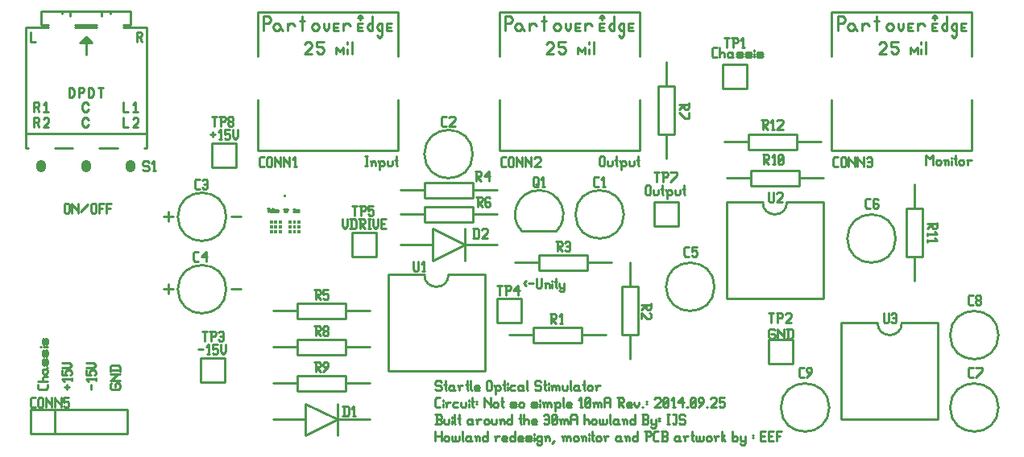
<source format=gto>
G04 start of page 8 for group -4079 idx -4079 *
G04 Title: (unknown), topsilk *
G04 Creator: pcb 20110918 *
G04 CreationDate: Tue Oct  7 19:52:02 2014 UTC *
G04 For: fosse *
G04 Format: Gerber/RS-274X *
G04 PCB-Dimensions: 470000 250000 *
G04 PCB-Coordinate-Origin: lower left *
%MOIN*%
%FSLAX25Y25*%
%LNTOPSILK*%
%ADD82C,0.0400*%
%ADD81C,0.0100*%
%ADD80C,0.0001*%
G54D80*G36*
X133600Y160900D02*X134800D01*
Y159600D01*
X133600D01*
Y160900D01*
G37*
G36*
X135400D02*X136700D01*
Y159600D01*
X135400D01*
Y160900D01*
G37*
G36*
Y159000D02*X136700D01*
Y157700D01*
X135400D01*
Y159000D01*
G37*
G36*
X133600D02*X134800D01*
Y157700D01*
X133600D01*
Y159000D01*
G37*
G36*
X134800Y157100D02*Y155800D01*
X133600D01*
Y157100D01*
X134800D01*
G37*
G36*
X135400Y155800D02*Y157100D01*
X136700D01*
Y155800D01*
X135400D01*
G37*
G36*
X139400Y171800D02*X140400D01*
Y170500D01*
X139400D01*
Y171800D01*
G37*
G36*
X137300Y157100D02*X138500D01*
Y155800D01*
X137300D01*
Y157100D01*
G37*
G36*
X138500Y157700D02*X137300D01*
Y159000D01*
X138500D01*
Y157700D01*
G37*
G36*
X144400D02*X143100D01*
Y159000D01*
X144400D01*
Y157700D01*
G37*
G36*
X141300Y159000D02*X142500D01*
Y157700D01*
X141300D01*
Y159000D01*
G37*
G36*
X145000Y157700D02*Y159000D01*
X146200D01*
Y157700D01*
X145000D01*
G37*
G36*
X137300Y159600D02*Y160900D01*
X138500D01*
Y159600D01*
X137300D01*
G37*
G36*
X142500D02*X141300D01*
Y160900D01*
X142500D01*
Y159600D01*
G37*
G36*
X146200D02*X145000D01*
Y160900D01*
X146200D01*
Y159600D01*
G37*
G36*
X144400D02*X143100D01*
Y160900D01*
X144400D01*
Y159600D01*
G37*
G36*
X146200Y155800D02*X145000D01*
Y157100D01*
X146200D01*
Y155800D01*
G37*
G36*
X143100Y157100D02*X144400D01*
Y155800D01*
X143100D01*
Y157100D01*
G37*
G36*
X142500Y155800D02*X141300D01*
Y157100D01*
X142500D01*
Y155800D01*
G37*
G54D81*X270000Y187000D02*Y184000D01*
Y187000D02*X270500Y187500D01*
X271500D01*
X272000Y187000D01*
Y184000D01*
X271500Y183500D02*X272000Y184000D01*
X270500Y183500D02*X271500D01*
X270000Y184000D02*X270500Y183500D01*
X273200Y185500D02*Y184000D01*
X273700Y183500D01*
X274700D01*
X275200Y184000D01*
Y185500D02*Y184000D01*
X276900Y187500D02*Y184000D01*
X277400Y183500D01*
X276400Y186000D02*X277400D01*
X278900Y185000D02*Y182000D01*
X278400Y185500D02*X278900Y185000D01*
X279400Y185500D01*
X280400D01*
X280900Y185000D01*
Y184000D01*
X280400Y183500D02*X280900Y184000D01*
X279400Y183500D02*X280400D01*
X278900Y184000D02*X279400Y183500D01*
X282100Y185500D02*Y184000D01*
X282600Y183500D01*
X283600D01*
X284100Y184000D01*
Y185500D02*Y184000D01*
X285800Y187500D02*Y184000D01*
X286300Y183500D01*
X285300Y186000D02*X286300D01*
X289000Y175000D02*Y172000D01*
Y175000D02*X289500Y175500D01*
X290500D01*
X291000Y175000D01*
Y172000D01*
X290500Y171500D02*X291000Y172000D01*
X289500Y171500D02*X290500D01*
X289000Y172000D02*X289500Y171500D01*
X292200Y173500D02*Y172000D01*
X292700Y171500D01*
X293700D01*
X294200Y172000D01*
Y173500D02*Y172000D01*
X295900Y175500D02*Y172000D01*
X296400Y171500D01*
X295400Y174000D02*X296400D01*
X297900Y173000D02*Y170000D01*
X297400Y173500D02*X297900Y173000D01*
X298400Y173500D01*
X299400D01*
X299900Y173000D01*
Y172000D01*
X299400Y171500D02*X299900Y172000D01*
X298400Y171500D02*X299400D01*
X297900Y172000D02*X298400Y171500D01*
X301100Y173500D02*Y172000D01*
X301600Y171500D01*
X302600D01*
X303100Y172000D01*
Y173500D02*Y172000D01*
X304800Y175500D02*Y172000D01*
X305300Y171500D01*
X304300Y174000D02*X305300D01*
X405000Y188000D02*Y184000D01*
Y188000D02*X406500Y186500D01*
X408000Y188000D01*
Y184000D01*
X409200Y185500D02*Y184500D01*
Y185500D02*X409700Y186000D01*
X410700D01*
X411200Y185500D01*
Y184500D01*
X410700Y184000D02*X411200Y184500D01*
X409700Y184000D02*X410700D01*
X409200Y184500D02*X409700Y184000D01*
X412900Y185500D02*Y184000D01*
Y185500D02*X413400Y186000D01*
X413900D01*
X414400Y185500D01*
Y184000D01*
X412400Y186000D02*X412900Y185500D01*
X415600Y187000D02*Y186500D01*
Y185500D02*Y184000D01*
X417100Y188000D02*Y184500D01*
X417600Y184000D01*
X416600Y186500D02*X417600D01*
X418600Y185500D02*Y184500D01*
Y185500D02*X419100Y186000D01*
X420100D01*
X420600Y185500D01*
Y184500D01*
X420100Y184000D02*X420600Y184500D01*
X419100Y184000D02*X420100D01*
X418600Y184500D02*X419100Y184000D01*
X422300Y185500D02*Y184000D01*
Y185500D02*X422800Y186000D01*
X423800D01*
X421800D02*X422300Y185500D01*
X342000Y116000D02*X342500Y115500D01*
X340500Y116000D02*X342000D01*
X340000Y115500D02*X340500Y116000D01*
X340000Y115500D02*Y112500D01*
X340500Y112000D01*
X342000D01*
X342500Y112500D01*
Y113500D02*Y112500D01*
X342000Y114000D02*X342500Y113500D01*
X341000Y114000D02*X342000D01*
X343700Y116000D02*Y112000D01*
Y116000D02*Y115500D01*
X346200Y113000D01*
Y116000D02*Y112000D01*
X347900Y116000D02*Y112000D01*
X349400Y116000D02*X349900Y115500D01*
Y112500D01*
X349400Y112000D02*X349900Y112500D01*
X347400Y112000D02*X349400D01*
X347400Y116000D02*X349400D01*
X238500Y135000D02*X239500Y136000D01*
X238500Y135000D02*X239500Y134000D01*
X240700Y135000D02*X242700D01*
X243900Y137000D02*Y133500D01*
X244400Y133000D01*
X245400D01*
X245900Y133500D01*
Y137000D02*Y133500D01*
X247600Y134500D02*Y133000D01*
Y134500D02*X248100Y135000D01*
X248600D01*
X249100Y134500D01*
Y133000D01*
X247100Y135000D02*X247600Y134500D01*
X250300Y136000D02*Y135500D01*
Y134500D02*Y133000D01*
X251800Y137000D02*Y133500D01*
X252300Y133000D01*
X251300Y135500D02*X252300D01*
X253300Y135000D02*Y133500D01*
X253800Y133000D01*
X255300Y135000D02*Y132000D01*
X254800Y131500D02*X255300Y132000D01*
X253800Y131500D02*X254800D01*
X253300Y132000D02*X253800Y131500D01*
Y133000D02*X254800D01*
X255300Y133500D01*
X202000Y73500D02*Y69500D01*
X204500Y73500D02*Y69500D01*
X202000Y71500D02*X204500D01*
X205700Y71000D02*Y70000D01*
Y71000D02*X206200Y71500D01*
X207200D01*
X207700Y71000D01*
Y70000D01*
X207200Y69500D02*X207700Y70000D01*
X206200Y69500D02*X207200D01*
X205700Y70000D02*X206200Y69500D01*
X208900Y71500D02*Y70000D01*
X209400Y69500D01*
X209900D01*
X210400Y70000D01*
Y71500D02*Y70000D01*
X210900Y69500D01*
X211400D01*
X211900Y70000D01*
Y71500D02*Y70000D01*
X213100Y73500D02*Y70000D01*
X213600Y69500D01*
X216100Y71500D02*X216600Y71000D01*
X215100Y71500D02*X216100D01*
X214600Y71000D02*X215100Y71500D01*
X214600Y71000D02*Y70000D01*
X215100Y69500D01*
X216600Y71500D02*Y70000D01*
X217100Y69500D01*
X215100D02*X216100D01*
X216600Y70000D01*
X218800Y71000D02*Y69500D01*
Y71000D02*X219300Y71500D01*
X219800D01*
X220300Y71000D01*
Y69500D01*
X218300Y71500D02*X218800Y71000D01*
X223500Y73500D02*Y69500D01*
X223000D02*X223500Y70000D01*
X222000Y69500D02*X223000D01*
X221500Y70000D02*X222000Y69500D01*
X221500Y71000D02*Y70000D01*
Y71000D02*X222000Y71500D01*
X223000D01*
X223500Y71000D01*
X227000D02*Y69500D01*
Y71000D02*X227500Y71500D01*
X228500D01*
X226500D02*X227000Y71000D01*
X230200Y69500D02*X231700D01*
X229700Y70000D02*X230200Y69500D01*
X229700Y71000D02*Y70000D01*
Y71000D02*X230200Y71500D01*
X231200D01*
X231700Y71000D01*
X229700Y70500D02*X231700D01*
Y71000D02*Y70500D01*
X234900Y73500D02*Y69500D01*
X234400D02*X234900Y70000D01*
X233400Y69500D02*X234400D01*
X232900Y70000D02*X233400Y69500D01*
X232900Y71000D02*Y70000D01*
Y71000D02*X233400Y71500D01*
X234400D01*
X234900Y71000D01*
X236600Y69500D02*X238100D01*
X236100Y70000D02*X236600Y69500D01*
X236100Y71000D02*Y70000D01*
Y71000D02*X236600Y71500D01*
X237600D01*
X238100Y71000D01*
X236100Y70500D02*X238100D01*
Y71000D02*Y70500D01*
X239800Y69500D02*X241300D01*
X241800Y70000D01*
X241300Y70500D02*X241800Y70000D01*
X239800Y70500D02*X241300D01*
X239300Y71000D02*X239800Y70500D01*
X239300Y71000D02*X239800Y71500D01*
X241300D01*
X241800Y71000D01*
X239300Y70000D02*X239800Y69500D01*
X243000Y72500D02*Y72000D01*
Y71000D02*Y69500D01*
X245500Y71500D02*X246000Y71000D01*
X244500Y71500D02*X245500D01*
X244000Y71000D02*X244500Y71500D01*
X244000Y71000D02*Y70000D01*
X244500Y69500D01*
X245500D01*
X246000Y70000D01*
X244000Y68500D02*X244500Y68000D01*
X245500D01*
X246000Y68500D01*
Y71500D02*Y68500D01*
X247700Y71000D02*Y69500D01*
Y71000D02*X248200Y71500D01*
X248700D01*
X249200Y71000D01*
Y69500D01*
X247200Y71500D02*X247700Y71000D01*
X250400Y68500D02*X251400Y69500D01*
X254900Y71000D02*Y69500D01*
Y71000D02*X255400Y71500D01*
X255900D01*
X256400Y71000D01*
Y69500D01*
Y71000D02*X256900Y71500D01*
X257400D01*
X257900Y71000D01*
Y69500D01*
X254400Y71500D02*X254900Y71000D01*
X259100D02*Y70000D01*
Y71000D02*X259600Y71500D01*
X260600D01*
X261100Y71000D01*
Y70000D01*
X260600Y69500D02*X261100Y70000D01*
X259600Y69500D02*X260600D01*
X259100Y70000D02*X259600Y69500D01*
X262800Y71000D02*Y69500D01*
Y71000D02*X263300Y71500D01*
X263800D01*
X264300Y71000D01*
Y69500D01*
X262300Y71500D02*X262800Y71000D01*
X265500Y72500D02*Y72000D01*
Y71000D02*Y69500D01*
X267000Y73500D02*Y70000D01*
X267500Y69500D01*
X266500Y72000D02*X267500D01*
X268500Y71000D02*Y70000D01*
Y71000D02*X269000Y71500D01*
X270000D01*
X270500Y71000D01*
Y70000D01*
X270000Y69500D02*X270500Y70000D01*
X269000Y69500D02*X270000D01*
X268500Y70000D02*X269000Y69500D01*
X272200Y71000D02*Y69500D01*
Y71000D02*X272700Y71500D01*
X273700D01*
X271700D02*X272200Y71000D01*
X278200Y71500D02*X278700Y71000D01*
X277200Y71500D02*X278200D01*
X276700Y71000D02*X277200Y71500D01*
X276700Y71000D02*Y70000D01*
X277200Y69500D01*
X278700Y71500D02*Y70000D01*
X279200Y69500D01*
X277200D02*X278200D01*
X278700Y70000D01*
X280900Y71000D02*Y69500D01*
Y71000D02*X281400Y71500D01*
X281900D01*
X282400Y71000D01*
Y69500D01*
X280400Y71500D02*X280900Y71000D01*
X285600Y73500D02*Y69500D01*
X285100D02*X285600Y70000D01*
X284100Y69500D02*X285100D01*
X283600Y70000D02*X284100Y69500D01*
X283600Y71000D02*Y70000D01*
Y71000D02*X284100Y71500D01*
X285100D01*
X285600Y71000D01*
X289100Y73500D02*Y69500D01*
X288600Y73500D02*X290600D01*
X291100Y73000D01*
Y72000D01*
X290600Y71500D02*X291100Y72000D01*
X289100Y71500D02*X290600D01*
X292800Y69500D02*X294300D01*
X292300Y70000D02*X292800Y69500D01*
X292300Y73000D02*Y70000D01*
Y73000D02*X292800Y73500D01*
X294300D01*
X295500Y69500D02*X297500D01*
X298000Y70000D01*
Y71000D02*Y70000D01*
X297500Y71500D02*X298000Y71000D01*
X296000Y71500D02*X297500D01*
X296000Y73500D02*Y69500D01*
X295500Y73500D02*X297500D01*
X298000Y73000D01*
Y72000D01*
X297500Y71500D02*X298000Y72000D01*
X302500Y71500D02*X303000Y71000D01*
X301500Y71500D02*X302500D01*
X301000Y71000D02*X301500Y71500D01*
X301000Y71000D02*Y70000D01*
X301500Y69500D01*
X303000Y71500D02*Y70000D01*
X303500Y69500D01*
X301500D02*X302500D01*
X303000Y70000D01*
X305200Y71000D02*Y69500D01*
Y71000D02*X305700Y71500D01*
X306700D01*
X304700D02*X305200Y71000D01*
X308400Y73500D02*Y70000D01*
X308900Y69500D01*
X307900Y72000D02*X308900D01*
X309900Y71500D02*Y70000D01*
X310400Y69500D01*
X310900D01*
X311400Y70000D01*
Y71500D02*Y70000D01*
X311900Y69500D01*
X312400D01*
X312900Y70000D01*
Y71500D02*Y70000D01*
X314100Y71000D02*Y70000D01*
Y71000D02*X314600Y71500D01*
X315600D01*
X316100Y71000D01*
Y70000D01*
X315600Y69500D02*X316100Y70000D01*
X314600Y69500D02*X315600D01*
X314100Y70000D02*X314600Y69500D01*
X317800Y71000D02*Y69500D01*
Y71000D02*X318300Y71500D01*
X319300D01*
X317300D02*X317800Y71000D01*
X320500Y73500D02*Y69500D01*
Y71000D02*X322000Y69500D01*
X320500Y71000D02*X321500Y72000D01*
X325000Y73500D02*Y69500D01*
Y70000D02*X325500Y69500D01*
X326500D01*
X327000Y70000D01*
Y71000D02*Y70000D01*
X326500Y71500D02*X327000Y71000D01*
X325500Y71500D02*X326500D01*
X325000Y71000D02*X325500Y71500D01*
X328200D02*Y70000D01*
X328700Y69500D01*
X330200Y71500D02*Y68500D01*
X329700Y68000D02*X330200Y68500D01*
X328700Y68000D02*X329700D01*
X328200Y68500D02*X328700Y68000D01*
Y69500D02*X329700D01*
X330200Y70000D01*
X333200Y72000D02*X333700D01*
X333200Y71000D02*X333700D01*
X336700Y71500D02*X338200D01*
X336700Y69500D02*X338700D01*
X336700Y73500D02*Y69500D01*
Y73500D02*X338700D01*
X339900Y71500D02*X341400D01*
X339900Y69500D02*X341900D01*
X339900Y73500D02*Y69500D01*
Y73500D02*X341900D01*
X343100D02*Y69500D01*
Y73500D02*X345100D01*
X343100Y71500D02*X344600D01*
X204000Y94500D02*X204500Y94000D01*
X202500Y94500D02*X204000D01*
X202000Y94000D02*X202500Y94500D01*
X202000Y94000D02*Y93000D01*
X202500Y92500D01*
X204000D01*
X204500Y92000D01*
Y91000D01*
X204000Y90500D02*X204500Y91000D01*
X202500Y90500D02*X204000D01*
X202000Y91000D02*X202500Y90500D01*
X206200Y94500D02*Y91000D01*
X206700Y90500D01*
X205700Y93000D02*X206700D01*
X209200Y92500D02*X209700Y92000D01*
X208200Y92500D02*X209200D01*
X207700Y92000D02*X208200Y92500D01*
X207700Y92000D02*Y91000D01*
X208200Y90500D01*
X209700Y92500D02*Y91000D01*
X210200Y90500D01*
X208200D02*X209200D01*
X209700Y91000D01*
X211900Y92000D02*Y90500D01*
Y92000D02*X212400Y92500D01*
X213400D01*
X211400D02*X211900Y92000D01*
X215100Y94500D02*Y91000D01*
X215600Y90500D01*
X214600Y93000D02*X215600D01*
X216600Y94500D02*Y91000D01*
X217100Y90500D01*
X218600D02*X220100D01*
X218100Y91000D02*X218600Y90500D01*
X218100Y92000D02*Y91000D01*
Y92000D02*X218600Y92500D01*
X219600D01*
X220100Y92000D01*
X218100Y91500D02*X220100D01*
Y92000D02*Y91500D01*
X223100Y94000D02*Y91000D01*
Y94000D02*X223600Y94500D01*
X224600D01*
X225100Y94000D01*
Y91000D01*
X224600Y90500D02*X225100Y91000D01*
X223600Y90500D02*X224600D01*
X223100Y91000D02*X223600Y90500D01*
X226800Y92000D02*Y89000D01*
X226300Y92500D02*X226800Y92000D01*
X227300Y92500D01*
X228300D01*
X228800Y92000D01*
Y91000D01*
X228300Y90500D02*X228800Y91000D01*
X227300Y90500D02*X228300D01*
X226800Y91000D02*X227300Y90500D01*
X230500Y94500D02*Y91000D01*
X231000Y90500D01*
X230000Y93000D02*X231000D01*
X232000Y93500D02*Y93000D01*
Y92000D02*Y90500D01*
X233500Y92500D02*X235000D01*
X233000Y92000D02*X233500Y92500D01*
X233000Y92000D02*Y91000D01*
X233500Y90500D01*
X235000D01*
X237700Y92500D02*X238200Y92000D01*
X236700Y92500D02*X237700D01*
X236200Y92000D02*X236700Y92500D01*
X236200Y92000D02*Y91000D01*
X236700Y90500D01*
X238200Y92500D02*Y91000D01*
X238700Y90500D01*
X236700D02*X237700D01*
X238200Y91000D01*
X239900Y94500D02*Y91000D01*
X240400Y90500D01*
X245200Y94500D02*X245700Y94000D01*
X243700Y94500D02*X245200D01*
X243200Y94000D02*X243700Y94500D01*
X243200Y94000D02*Y93000D01*
X243700Y92500D01*
X245200D01*
X245700Y92000D01*
Y91000D01*
X245200Y90500D02*X245700Y91000D01*
X243700Y90500D02*X245200D01*
X243200Y91000D02*X243700Y90500D01*
X247400Y94500D02*Y91000D01*
X247900Y90500D01*
X246900Y93000D02*X247900D01*
X248900Y93500D02*Y93000D01*
Y92000D02*Y90500D01*
X250400Y92000D02*Y90500D01*
Y92000D02*X250900Y92500D01*
X251400D01*
X251900Y92000D01*
Y90500D01*
Y92000D02*X252400Y92500D01*
X252900D01*
X253400Y92000D01*
Y90500D01*
X249900Y92500D02*X250400Y92000D01*
X254600Y92500D02*Y91000D01*
X255100Y90500D01*
X256100D01*
X256600Y91000D01*
Y92500D02*Y91000D01*
X257800Y94500D02*Y91000D01*
X258300Y90500D01*
X260800Y92500D02*X261300Y92000D01*
X259800Y92500D02*X260800D01*
X259300Y92000D02*X259800Y92500D01*
X259300Y92000D02*Y91000D01*
X259800Y90500D01*
X261300Y92500D02*Y91000D01*
X261800Y90500D01*
X259800D02*X260800D01*
X261300Y91000D01*
X263500Y94500D02*Y91000D01*
X264000Y90500D01*
X263000Y93000D02*X264000D01*
X265000Y92000D02*Y91000D01*
Y92000D02*X265500Y92500D01*
X266500D01*
X267000Y92000D01*
Y91000D01*
X266500Y90500D02*X267000Y91000D01*
X265500Y90500D02*X266500D01*
X265000Y91000D02*X265500Y90500D01*
X268700Y92000D02*Y90500D01*
Y92000D02*X269200Y92500D01*
X270200D01*
X268200D02*X268700Y92000D01*
X202000Y76500D02*X204000D01*
X204500Y77000D01*
Y78000D02*Y77000D01*
X204000Y78500D02*X204500Y78000D01*
X202500Y78500D02*X204000D01*
X202500Y80500D02*Y76500D01*
X202000Y80500D02*X204000D01*
X204500Y80000D01*
Y79000D01*
X204000Y78500D02*X204500Y79000D01*
X205700Y78500D02*Y77000D01*
X206200Y76500D01*
X207200D01*
X207700Y77000D01*
Y78500D02*Y77000D01*
X208900Y79500D02*Y79000D01*
Y78000D02*Y76500D01*
X209900Y80500D02*Y77000D01*
X210400Y76500D01*
X211900Y80500D02*Y77000D01*
X212400Y76500D01*
X211400Y79000D02*X212400D01*
X216700Y78500D02*X217200Y78000D01*
X215700Y78500D02*X216700D01*
X215200Y78000D02*X215700Y78500D01*
X215200Y78000D02*Y77000D01*
X215700Y76500D01*
X217200Y78500D02*Y77000D01*
X217700Y76500D01*
X215700D02*X216700D01*
X217200Y77000D01*
X219400Y78000D02*Y76500D01*
Y78000D02*X219900Y78500D01*
X220900D01*
X218900D02*X219400Y78000D01*
X222100D02*Y77000D01*
Y78000D02*X222600Y78500D01*
X223600D01*
X224100Y78000D01*
Y77000D01*
X223600Y76500D02*X224100Y77000D01*
X222600Y76500D02*X223600D01*
X222100Y77000D02*X222600Y76500D01*
X225300Y78500D02*Y77000D01*
X225800Y76500D01*
X226800D01*
X227300Y77000D01*
Y78500D02*Y77000D01*
X229000Y78000D02*Y76500D01*
Y78000D02*X229500Y78500D01*
X230000D01*
X230500Y78000D01*
Y76500D01*
X228500Y78500D02*X229000Y78000D01*
X233700Y80500D02*Y76500D01*
X233200D02*X233700Y77000D01*
X232200Y76500D02*X233200D01*
X231700Y77000D02*X232200Y76500D01*
X231700Y78000D02*Y77000D01*
Y78000D02*X232200Y78500D01*
X233200D01*
X233700Y78000D01*
X237200Y80500D02*Y77000D01*
X237700Y76500D01*
X236700Y79000D02*X237700D01*
X238700Y80500D02*Y76500D01*
Y78000D02*X239200Y78500D01*
X240200D01*
X240700Y78000D01*
Y76500D01*
X242400D02*X243900D01*
X241900Y77000D02*X242400Y76500D01*
X241900Y78000D02*Y77000D01*
Y78000D02*X242400Y78500D01*
X243400D01*
X243900Y78000D01*
X241900Y77500D02*X243900D01*
Y78000D02*Y77500D01*
X246900Y80000D02*X247400Y80500D01*
X248400D01*
X248900Y80000D01*
Y77000D01*
X248400Y76500D02*X248900Y77000D01*
X247400Y76500D02*X248400D01*
X246900Y77000D02*X247400Y76500D01*
Y78500D02*X248900D01*
X250100Y77000D02*X250600Y76500D01*
X250100Y80000D02*Y77000D01*
Y80000D02*X250600Y80500D01*
X251600D01*
X252100Y80000D01*
Y77000D01*
X251600Y76500D02*X252100Y77000D01*
X250600Y76500D02*X251600D01*
X250100Y77500D02*X252100Y79500D01*
X253800Y78000D02*Y76500D01*
Y78000D02*X254300Y78500D01*
X254800D01*
X255300Y78000D01*
Y76500D01*
Y78000D02*X255800Y78500D01*
X256300D01*
X256800Y78000D01*
Y76500D01*
X253300Y78500D02*X253800Y78000D01*
X258000Y80000D02*Y76500D01*
Y80000D02*X258500Y80500D01*
X260000D01*
X260500Y80000D01*
Y76500D01*
X258000Y78500D02*X260500D01*
X263500Y80500D02*Y76500D01*
Y78000D02*X264000Y78500D01*
X265000D01*
X265500Y78000D01*
Y76500D01*
X266700Y78000D02*Y77000D01*
Y78000D02*X267200Y78500D01*
X268200D01*
X268700Y78000D01*
Y77000D01*
X268200Y76500D02*X268700Y77000D01*
X267200Y76500D02*X268200D01*
X266700Y77000D02*X267200Y76500D01*
X269900Y78500D02*Y77000D01*
X270400Y76500D01*
X270900D01*
X271400Y77000D01*
Y78500D02*Y77000D01*
X271900Y76500D01*
X272400D01*
X272900Y77000D01*
Y78500D02*Y77000D01*
X274100Y80500D02*Y77000D01*
X274600Y76500D01*
X277100Y78500D02*X277600Y78000D01*
X276100Y78500D02*X277100D01*
X275600Y78000D02*X276100Y78500D01*
X275600Y78000D02*Y77000D01*
X276100Y76500D01*
X277600Y78500D02*Y77000D01*
X278100Y76500D01*
X276100D02*X277100D01*
X277600Y77000D01*
X279800Y78000D02*Y76500D01*
Y78000D02*X280300Y78500D01*
X280800D01*
X281300Y78000D01*
Y76500D01*
X279300Y78500D02*X279800Y78000D01*
X284500Y80500D02*Y76500D01*
X284000D02*X284500Y77000D01*
X283000Y76500D02*X284000D01*
X282500Y77000D02*X283000Y76500D01*
X282500Y78000D02*Y77000D01*
Y78000D02*X283000Y78500D01*
X284000D01*
X284500Y78000D01*
X287500Y76500D02*X289500D01*
X290000Y77000D01*
Y78000D02*Y77000D01*
X289500Y78500D02*X290000Y78000D01*
X288000Y78500D02*X289500D01*
X288000Y80500D02*Y76500D01*
X287500Y80500D02*X289500D01*
X290000Y80000D01*
Y79000D01*
X289500Y78500D02*X290000Y79000D01*
X291200Y78500D02*Y77000D01*
X291700Y76500D01*
X293200Y78500D02*Y75500D01*
X292700Y75000D02*X293200Y75500D01*
X291700Y75000D02*X292700D01*
X291200Y75500D02*X291700Y75000D01*
Y76500D02*X292700D01*
X293200Y77000D01*
X294400Y79000D02*X294900D01*
X294400Y78000D02*X294900D01*
X297900Y80500D02*X298900D01*
X298400D02*Y76500D01*
X297900D02*X298900D01*
X300100Y80500D02*X301600D01*
Y77000D01*
X301100Y76500D02*X301600Y77000D01*
X300600Y76500D02*X301100D01*
X300100Y77000D02*X300600Y76500D01*
X304800Y80500D02*X305300Y80000D01*
X303300Y80500D02*X304800D01*
X302800Y80000D02*X303300Y80500D01*
X302800Y80000D02*Y79000D01*
X303300Y78500D01*
X304800D01*
X305300Y78000D01*
Y77000D01*
X304800Y76500D02*X305300Y77000D01*
X303300Y76500D02*X304800D01*
X302800Y77000D02*X303300Y76500D01*
X202500Y83500D02*X204000D01*
X202000Y84000D02*X202500Y83500D01*
X202000Y87000D02*Y84000D01*
Y87000D02*X202500Y87500D01*
X204000D01*
X205200Y86500D02*Y86000D01*
Y85000D02*Y83500D01*
X206700Y85000D02*Y83500D01*
Y85000D02*X207200Y85500D01*
X208200D01*
X206200D02*X206700Y85000D01*
X209900Y85500D02*X211400D01*
X209400Y85000D02*X209900Y85500D01*
X209400Y85000D02*Y84000D01*
X209900Y83500D01*
X211400D01*
X212600Y85500D02*Y84000D01*
X213100Y83500D01*
X214100D01*
X214600Y84000D01*
Y85500D02*Y84000D01*
X215800Y86500D02*Y86000D01*
Y85000D02*Y83500D01*
X217300Y87500D02*Y84000D01*
X217800Y83500D01*
X216800Y86000D02*X217800D01*
X218800D02*X219300D01*
X218800Y85000D02*X219300D01*
X222300Y87500D02*Y83500D01*
Y87500D02*Y87000D01*
X224800Y84500D01*
Y87500D02*Y83500D01*
X226000Y85000D02*Y84000D01*
Y85000D02*X226500Y85500D01*
X227500D01*
X228000Y85000D01*
Y84000D01*
X227500Y83500D02*X228000Y84000D01*
X226500Y83500D02*X227500D01*
X226000Y84000D02*X226500Y83500D01*
X229700Y87500D02*Y84000D01*
X230200Y83500D01*
X229200Y86000D02*X230200D01*
X233500Y83500D02*X235000D01*
X235500Y84000D01*
X235000Y84500D02*X235500Y84000D01*
X233500Y84500D02*X235000D01*
X233000Y85000D02*X233500Y84500D01*
X233000Y85000D02*X233500Y85500D01*
X235000D01*
X235500Y85000D01*
X233000Y84000D02*X233500Y83500D01*
X236700Y85000D02*Y84000D01*
Y85000D02*X237200Y85500D01*
X238200D01*
X238700Y85000D01*
Y84000D01*
X238200Y83500D02*X238700Y84000D01*
X237200Y83500D02*X238200D01*
X236700Y84000D02*X237200Y83500D01*
X242200D02*X243700D01*
X244200Y84000D01*
X243700Y84500D02*X244200Y84000D01*
X242200Y84500D02*X243700D01*
X241700Y85000D02*X242200Y84500D01*
X241700Y85000D02*X242200Y85500D01*
X243700D01*
X244200Y85000D01*
X241700Y84000D02*X242200Y83500D01*
X245400Y86500D02*Y86000D01*
Y85000D02*Y83500D01*
X246900Y85000D02*Y83500D01*
Y85000D02*X247400Y85500D01*
X247900D01*
X248400Y85000D01*
Y83500D01*
Y85000D02*X248900Y85500D01*
X249400D01*
X249900Y85000D01*
Y83500D01*
X246400Y85500D02*X246900Y85000D01*
X251600D02*Y82000D01*
X251100Y85500D02*X251600Y85000D01*
X252100Y85500D01*
X253100D01*
X253600Y85000D01*
Y84000D01*
X253100Y83500D02*X253600Y84000D01*
X252100Y83500D02*X253100D01*
X251600Y84000D02*X252100Y83500D01*
X254800Y87500D02*Y84000D01*
X255300Y83500D01*
X256800D02*X258300D01*
X256300Y84000D02*X256800Y83500D01*
X256300Y85000D02*Y84000D01*
Y85000D02*X256800Y85500D01*
X257800D01*
X258300Y85000D01*
X256300Y84500D02*X258300D01*
Y85000D02*Y84500D01*
X261800Y83500D02*X262800D01*
X262300Y87500D02*Y83500D01*
X261300Y86500D02*X262300Y87500D01*
X264000Y84000D02*X264500Y83500D01*
X264000Y87000D02*Y84000D01*
Y87000D02*X264500Y87500D01*
X265500D01*
X266000Y87000D01*
Y84000D01*
X265500Y83500D02*X266000Y84000D01*
X264500Y83500D02*X265500D01*
X264000Y84500D02*X266000Y86500D01*
X267700Y85000D02*Y83500D01*
Y85000D02*X268200Y85500D01*
X268700D01*
X269200Y85000D01*
Y83500D01*
Y85000D02*X269700Y85500D01*
X270200D01*
X270700Y85000D01*
Y83500D01*
X267200Y85500D02*X267700Y85000D01*
X271900Y87000D02*Y83500D01*
Y87000D02*X272400Y87500D01*
X273900D01*
X274400Y87000D01*
Y83500D01*
X271900Y85500D02*X274400D01*
X277400Y87500D02*X279400D01*
X279900Y87000D01*
Y86000D01*
X279400Y85500D02*X279900Y86000D01*
X277900Y85500D02*X279400D01*
X277900Y87500D02*Y83500D01*
Y85500D02*X279900Y83500D01*
X281600D02*X283100D01*
X281100Y84000D02*X281600Y83500D01*
X281100Y85000D02*Y84000D01*
Y85000D02*X281600Y85500D01*
X282600D01*
X283100Y85000D01*
X281100Y84500D02*X283100D01*
Y85000D02*Y84500D01*
X284300Y85500D02*Y84500D01*
X285300Y83500D01*
X286300Y84500D01*
Y85500D02*Y84500D01*
X287500Y83500D02*X288000D01*
X289200Y86000D02*X289700D01*
X289200Y85000D02*X289700D01*
X292700Y87000D02*X293200Y87500D01*
X294700D01*
X295200Y87000D01*
Y86000D01*
X292700Y83500D02*X295200Y86000D01*
X292700Y83500D02*X295200D01*
X296400Y84000D02*X296900Y83500D01*
X296400Y87000D02*Y84000D01*
Y87000D02*X296900Y87500D01*
X297900D01*
X298400Y87000D01*
Y84000D01*
X297900Y83500D02*X298400Y84000D01*
X296900Y83500D02*X297900D01*
X296400Y84500D02*X298400Y86500D01*
X300100Y83500D02*X301100D01*
X300600Y87500D02*Y83500D01*
X299600Y86500D02*X300600Y87500D01*
X302300Y85500D02*X304300Y87500D01*
X302300Y85500D02*X304800D01*
X304300Y87500D02*Y83500D01*
X306000D02*X306500D01*
X307700Y84000D02*X308200Y83500D01*
X307700Y87000D02*Y84000D01*
Y87000D02*X308200Y87500D01*
X309200D01*
X309700Y87000D01*
Y84000D01*
X309200Y83500D02*X309700Y84000D01*
X308200Y83500D02*X309200D01*
X307700Y84500D02*X309700Y86500D01*
X310900Y83500D02*X312900Y85500D01*
Y87000D02*Y85500D01*
X312400Y87500D02*X312900Y87000D01*
X311400Y87500D02*X312400D01*
X310900Y87000D02*X311400Y87500D01*
X310900Y87000D02*Y86000D01*
X311400Y85500D01*
X312900D01*
X314100Y83500D02*X314600D01*
X315800Y87000D02*X316300Y87500D01*
X317800D01*
X318300Y87000D01*
Y86000D01*
X315800Y83500D02*X318300Y86000D01*
X315800Y83500D02*X318300D01*
X319500Y87500D02*X321500D01*
X319500D02*Y85500D01*
X320000Y86000D01*
X321000D01*
X321500Y85500D01*
Y84000D01*
X321000Y83500D02*X321500Y84000D01*
X320000Y83500D02*X321000D01*
X319500Y84000D02*X320000Y83500D01*
X109000Y196500D02*X111000D01*
X110000Y197500D02*Y195500D01*
X112700Y194500D02*X113700D01*
X113200Y198500D02*Y194500D01*
X112200Y197500D02*X113200Y198500D01*
X114900D02*X116900D01*
X114900D02*Y196500D01*
X115400Y197000D01*
X116400D01*
X116900Y196500D01*
Y195000D01*
X116400Y194500D02*X116900Y195000D01*
X115400Y194500D02*X116400D01*
X114900Y195000D02*X115400Y194500D01*
X118100Y198500D02*Y195500D01*
X119100Y194500D01*
X120100Y195500D01*
Y198500D02*Y195500D01*
X317000Y228500D02*X318500D01*
X316500Y229000D02*X317000Y228500D01*
X316500Y232000D02*Y229000D01*
Y232000D02*X317000Y232500D01*
X318500D01*
X319700D02*Y228500D01*
Y230000D02*X320200Y230500D01*
X321200D01*
X321700Y230000D01*
Y228500D01*
X324400Y230500D02*X324900Y230000D01*
X323400Y230500D02*X324400D01*
X322900Y230000D02*X323400Y230500D01*
X322900Y230000D02*Y229000D01*
X323400Y228500D01*
X324900Y230500D02*Y229000D01*
X325400Y228500D01*
X323400D02*X324400D01*
X324900Y229000D01*
X327100Y228500D02*X328600D01*
X329100Y229000D01*
X328600Y229500D02*X329100Y229000D01*
X327100Y229500D02*X328600D01*
X326600Y230000D02*X327100Y229500D01*
X326600Y230000D02*X327100Y230500D01*
X328600D01*
X329100Y230000D01*
X326600Y229000D02*X327100Y228500D01*
X330800D02*X332300D01*
X332800Y229000D01*
X332300Y229500D02*X332800Y229000D01*
X330800Y229500D02*X332300D01*
X330300Y230000D02*X330800Y229500D01*
X330300Y230000D02*X330800Y230500D01*
X332300D01*
X332800Y230000D01*
X330300Y229000D02*X330800Y228500D01*
X334000Y231500D02*Y231000D01*
Y230000D02*Y228500D01*
X335500D02*X337000D01*
X337500Y229000D01*
X337000Y229500D02*X337500Y229000D01*
X335500Y229500D02*X337000D01*
X335000Y230000D02*X335500Y229500D01*
X335000Y230000D02*X335500Y230500D01*
X337000D01*
X337500Y230000D01*
X335000Y229000D02*X335500Y228500D01*
X163500Y161500D02*Y158500D01*
X164500Y157500D01*
X165500Y158500D01*
Y161500D02*Y158500D01*
X167200Y161500D02*Y157500D01*
X168700Y161500D02*X169200Y161000D01*
Y158000D01*
X168700Y157500D02*X169200Y158000D01*
X166700Y157500D02*X168700D01*
X166700Y161500D02*X168700D01*
X170400D02*X172400D01*
X172900Y161000D01*
Y160000D01*
X172400Y159500D02*X172900Y160000D01*
X170900Y159500D02*X172400D01*
X170900Y161500D02*Y157500D01*
Y159500D02*X172900Y157500D01*
X174100Y161500D02*X175100D01*
X174600D02*Y157500D01*
X174100D02*X175100D01*
X176300Y161500D02*Y158500D01*
X177300Y157500D01*
X178300Y158500D01*
Y161500D02*Y158500D01*
X179500Y159500D02*X181000D01*
X179500Y157500D02*X181500D01*
X179500Y161500D02*Y157500D01*
Y161500D02*X181500D01*
X173000Y187500D02*X174000D01*
X173500D02*Y183500D01*
X173000D02*X174000D01*
X175700Y185000D02*Y183500D01*
Y185000D02*X176200Y185500D01*
X176700D01*
X177200Y185000D01*
Y183500D01*
X175200Y185500D02*X175700Y185000D01*
X178900D02*Y182000D01*
X178400Y185500D02*X178900Y185000D01*
X179400Y185500D01*
X180400D01*
X180900Y185000D01*
Y184000D01*
X180400Y183500D02*X180900Y184000D01*
X179400Y183500D02*X180400D01*
X178900Y184000D02*X179400Y183500D01*
X182100Y185500D02*Y184000D01*
X182600Y183500D01*
X183600D01*
X184100Y184000D01*
Y185500D02*Y184000D01*
X185800Y187500D02*Y184000D01*
X186300Y183500D01*
X185300Y186000D02*X186300D01*
X143300Y164750D02*X143800D01*
X143925Y164875D01*
Y165125D02*Y164875D01*
X143800Y165250D02*X143925Y165125D01*
X143425Y165250D02*X143800D01*
X143425Y165750D02*Y164750D01*
X143300Y165750D02*X143800D01*
X143925Y165625D01*
Y165375D01*
X143800Y165250D02*X143925Y165375D01*
X144225Y165125D02*Y164875D01*
Y165125D02*X144350Y165250D01*
X144600D01*
X144725Y165125D01*
Y164875D01*
X144600Y164750D02*X144725Y164875D01*
X144350Y164750D02*X144600D01*
X144225Y164875D02*X144350Y164750D01*
X145025Y165250D02*X145525Y164750D01*
X145025D02*X145525Y165250D01*
X139750Y164600D02*X139900D01*
X139700Y164650D02*X139750Y164600D01*
X139700Y164950D02*Y164650D01*
Y164950D02*X139750Y165000D01*
X139900D01*
X140170Y164800D02*X140220Y164750D01*
X140070Y164800D02*X140170D01*
X140020Y164750D02*X140070Y164800D01*
X140020Y164750D02*Y164650D01*
X140070Y164600D01*
X140220Y164800D02*Y164650D01*
X140270Y164600D01*
X140070D02*X140170D01*
X140220Y164650D01*
X140390Y165000D02*Y164650D01*
X140440Y164600D01*
X140540Y165000D02*Y164650D01*
X140590Y164600D01*
X139450Y165800D02*Y165400D01*
X139400Y165800D02*X139600D01*
X139650Y165750D01*
Y165650D01*
X139600Y165600D02*X139650Y165650D01*
X139450Y165600D02*X139600D01*
X139770D02*Y165450D01*
X139820Y165400D01*
X139920D01*
X139970Y165450D01*
Y165600D02*Y165450D01*
X140090Y165800D02*Y165400D01*
Y165450D02*X140140Y165400D01*
X140240D01*
X140290Y165450D01*
Y165550D02*Y165450D01*
X140240Y165600D02*X140290Y165550D01*
X140140Y165600D02*X140240D01*
X140090Y165550D02*X140140Y165600D01*
X140410Y165800D02*Y165450D01*
X140460Y165400D01*
X140560Y165700D02*Y165650D01*
Y165550D02*Y165400D01*
X140710Y165600D02*X140860D01*
X140660Y165550D02*X140710Y165600D01*
X140660Y165550D02*Y165450D01*
X140710Y165400D01*
X140860D01*
X132750Y165900D02*Y164700D01*
X132600Y165900D02*X133200D01*
X133350Y165750D01*
Y165450D01*
X133200Y165300D02*X133350Y165450D01*
X132750Y165300D02*X133200D01*
X133710Y165150D02*Y164850D01*
Y165150D02*X133860Y165300D01*
X134160D01*
X134310Y165150D01*
Y164850D01*
X134160Y164700D02*X134310Y164850D01*
X133860Y164700D02*X134160D01*
X133710Y164850D02*X133860Y164700D01*
X134670Y165900D02*Y164850D01*
X134820Y164700D01*
X135120Y165600D02*Y165450D01*
Y165150D02*Y164700D01*
X135570Y165300D02*X136020D01*
X135420Y165150D02*X135570Y165300D01*
X135420Y165150D02*Y164850D01*
X135570Y164700D01*
X136020D01*
X136530D02*X136980D01*
X136380Y164850D02*X136530Y164700D01*
X136380Y165150D02*Y164850D01*
Y165150D02*X136530Y165300D01*
X136830D01*
X136980Y165150D01*
X136380Y165000D02*X136980D01*
Y165150D02*Y165000D01*
X59500Y93000D02*Y91000D01*
X61500Y95700D02*Y94700D01*
X57500Y95200D02*X61500D01*
X58500Y94200D02*X57500Y95200D01*
Y98900D02*Y96900D01*
X59500D01*
X59000Y97400D01*
Y98400D02*Y97400D01*
Y98400D02*X59500Y98900D01*
X61000D01*
X61500Y98400D02*X61000Y98900D01*
X61500Y98400D02*Y97400D01*
X61000Y96900D02*X61500Y97400D01*
X57500Y100100D02*X60500D01*
X61500Y101100D01*
X60500Y102100D01*
X57500D02*X60500D01*
X41500Y93000D02*Y91500D01*
X41000Y91000D02*X41500Y91500D01*
X38000Y91000D02*X41000D01*
X38000D02*X37500Y91500D01*
Y93000D02*Y91500D01*
Y94200D02*X41500D01*
X40000D02*X39500Y94700D01*
Y95700D02*Y94700D01*
Y95700D02*X40000Y96200D01*
X41500D01*
X39500Y98900D02*X40000Y99400D01*
X39500Y98900D02*Y97900D01*
X40000Y97400D02*X39500Y97900D01*
X40000Y97400D02*X41000D01*
X41500Y97900D01*
X39500Y99400D02*X41000D01*
X41500Y99900D01*
Y98900D02*Y97900D01*
Y98900D02*X41000Y99400D01*
X41500Y103100D02*Y101600D01*
Y103100D02*X41000Y103600D01*
X40500Y103100D02*X41000Y103600D01*
X40500Y103100D02*Y101600D01*
X40000Y101100D02*X40500Y101600D01*
X40000Y101100D02*X39500Y101600D01*
Y103100D02*Y101600D01*
Y103100D02*X40000Y103600D01*
X41000Y101100D02*X41500Y101600D01*
Y106800D02*Y105300D01*
Y106800D02*X41000Y107300D01*
X40500Y106800D02*X41000Y107300D01*
X40500Y106800D02*Y105300D01*
X40000Y104800D02*X40500Y105300D01*
X40000Y104800D02*X39500Y105300D01*
Y106800D02*Y105300D01*
Y106800D02*X40000Y107300D01*
X41000Y104800D02*X41500Y105300D01*
X38500Y108500D02*X39000D01*
X40000D02*X41500D01*
Y111500D02*Y110000D01*
Y111500D02*X41000Y112000D01*
X40500Y111500D02*X41000Y112000D01*
X40500Y111500D02*Y110000D01*
X40000Y109500D02*X40500Y110000D01*
X40000Y109500D02*X39500Y110000D01*
Y111500D02*Y110000D01*
Y111500D02*X40000Y112000D01*
X41000Y109500D02*X41500Y110000D01*
X49500Y93000D02*Y91000D01*
X48500Y92000D02*X50500D01*
X51500Y95700D02*Y94700D01*
X47500Y95200D02*X51500D01*
X48500Y94200D02*X47500Y95200D01*
Y98900D02*Y96900D01*
X49500D01*
X49000Y97400D01*
Y98400D02*Y97400D01*
Y98400D02*X49500Y98900D01*
X51000D01*
X51500Y98400D02*X51000Y98900D01*
X51500Y98400D02*Y97400D01*
X51000Y96900D02*X51500Y97400D01*
X47500Y100100D02*X50500D01*
X51500Y101100D01*
X50500Y102100D01*
X47500D02*X50500D01*
X67500Y93000D02*X68000Y93500D01*
X67500Y93000D02*Y91500D01*
X68000Y91000D02*X67500Y91500D01*
X68000Y91000D02*X71000D01*
X71500Y91500D01*
Y93000D02*Y91500D01*
Y93000D02*X71000Y93500D01*
X70000D02*X71000D01*
X69500Y93000D02*X70000Y93500D01*
X69500Y93000D02*Y92000D01*
X67500Y94700D02*X71500D01*
X67500D02*X68000D01*
X70500Y97200D01*
X67500D02*X71500D01*
X67500Y98900D02*X71500D01*
X67500Y100400D02*X68000Y100900D01*
X71000D01*
X71500Y100400D02*X71000Y100900D01*
X71500Y100400D02*Y98400D01*
X67500Y100400D02*Y98400D01*
X48500Y167500D02*Y164500D01*
Y167500D02*X49000Y168000D01*
X50000D01*
X50500Y167500D01*
Y164500D01*
X50000Y164000D02*X50500Y164500D01*
X49000Y164000D02*X50000D01*
X48500Y164500D02*X49000Y164000D01*
X51700Y168000D02*Y164000D01*
Y168000D02*Y167500D01*
X54200Y165000D01*
Y168000D02*Y164000D01*
X55400Y164500D02*X58400Y167500D01*
X59600D02*Y164500D01*
Y167500D02*X60100Y168000D01*
X61100D01*
X61600Y167500D01*
Y164500D01*
X61100Y164000D02*X61600Y164500D01*
X60100Y164000D02*X61100D01*
X59600Y164500D02*X60100Y164000D01*
X62800Y168000D02*Y164000D01*
Y168000D02*X64800D01*
X62800Y166000D02*X64300D01*
X66000Y168000D02*Y164000D01*
Y168000D02*X68000D01*
X66000Y166000D02*X67500D01*
X104000Y107500D02*X106000D01*
X107700Y105500D02*X108700D01*
X108200Y109500D02*Y105500D01*
X107200Y108500D02*X108200Y109500D01*
X109900D02*X111900D01*
X109900D02*Y107500D01*
X110400Y108000D01*
X111400D01*
X111900Y107500D01*
Y106000D01*
X111400Y105500D02*X111900Y106000D01*
X110400Y105500D02*X111400D01*
X109900Y106000D02*X110400Y105500D01*
X113100Y109500D02*Y106500D01*
X114100Y105500D01*
X115100Y106500D01*
Y109500D02*Y106500D01*
X415000Y83500D02*G75*G03X415000Y83500I10000J0D01*G01*
X372500Y153500D02*G75*G03X372500Y153500I10000J0D01*G01*
X345000Y83500D02*G75*G03X345000Y83500I10000J0D01*G01*
X415000Y113500D02*G75*G03X415000Y113500I10000J0D01*G01*
X370000Y118500D02*Y78500D01*
X410000D02*X370000D01*
X410000Y118500D02*Y78500D01*
X385000Y118500D02*X370000D01*
X410000D02*X395000D01*
X385000D02*G75*G03X395000Y118500I5000J0D01*G01*
X400200Y176000D02*Y166000D01*
Y146000D02*Y136000D01*
X403500Y166000D02*Y146000D01*
X396900D02*X403500D01*
X396900Y166000D02*Y146000D01*
Y166000D02*X403500D01*
X228500Y229000D02*Y247320D01*
X286500Y190150D02*Y211000D01*
X228500Y190150D02*X286500D01*
X228500Y247350D02*X286500D01*
Y229000D02*Y247350D01*
X228500Y190150D02*Y211000D01*
X248000Y230000D02*X251000D01*
X250000Y235000D02*X251000Y234000D01*
Y233000D01*
X248000Y230000D01*
X256000Y235000D02*X253000D01*
Y233000D01*
X255000D01*
X256000Y232000D01*
Y231000D01*
X255000Y230000D01*
X254000D01*
X253000Y231000D01*
X248000Y234000D02*X249000Y235000D01*
X250000D01*
X267500D02*Y230000D01*
X265500Y232000D02*Y230000D01*
Y234000D02*Y235000D01*
X264000Y230000D02*Y232500D01*
X262500Y231000D01*
X261000Y232500D01*
Y230000D01*
X231000Y245500D02*Y239500D01*
Y245500D02*X233000D01*
X234000Y244500D01*
Y243500D01*
X233000Y242500D01*
X231000D01*
X236000D02*X235000Y241500D01*
Y240500D01*
X236000Y239500D01*
X237000D01*
X238000Y240500D01*
Y241500D01*
X237000Y242500D01*
X236000D01*
X238000Y240500D02*X239000Y239500D01*
X244000Y241500D02*X243000Y242500D01*
X242000D01*
X241000Y241500D01*
Y239500D02*Y242500D01*
X247000Y245500D02*Y239500D01*
X248000Y243500D02*X246000D01*
X252000Y239500D02*X251000Y240500D01*
Y241500D01*
X252000Y242500D01*
X253000D01*
X254000Y241500D01*
Y240500D01*
X253000Y239500D01*
X252000D01*
X256000Y242500D02*Y240500D01*
X257000Y239500D01*
X258000Y240500D01*
Y242500D01*
X260000Y239500D02*X262000D01*
Y242500D02*X260000D01*
Y239500D01*
X266000Y242500D02*X265000D01*
X264000Y241500D01*
Y239500D02*Y242500D01*
X267000Y241500D02*X266000Y242500D01*
X270000Y239500D02*X272000D01*
Y242500D02*X270000D01*
Y239500D01*
X276000Y242500D02*X275000D01*
X274000Y241500D01*
Y240500D01*
X275000Y239500D01*
X276000D01*
Y245500D01*
X280000Y242500D02*X279000D01*
X278000Y241500D01*
Y240500D01*
X279000Y239500D01*
X280000D01*
Y242500D02*Y237500D01*
X279000Y236500D01*
X278000Y237500D01*
X282000Y239500D02*X284000D01*
Y242500D02*X282000D01*
Y239500D01*
X283500Y241000D02*X282000D01*
X271500D02*X270000D01*
X261500D02*X260000D01*
X271000Y246000D02*X270000Y245000D01*
X271000Y246000D02*X272000Y245000D01*
X271000Y244000D02*Y246000D01*
X366000Y229000D02*Y247320D01*
X424000Y190150D02*Y211000D01*
X366000Y190150D02*X424000D01*
X366000Y247350D02*X424000D01*
Y229000D02*Y247350D01*
X366000Y190150D02*Y211000D01*
X385500Y230000D02*X388500D01*
X387500Y235000D02*X388500Y234000D01*
Y233000D01*
X385500Y230000D01*
X393500Y235000D02*X390500D01*
Y233000D01*
X392500D01*
X393500Y232000D01*
Y231000D01*
X392500Y230000D01*
X391500D01*
X390500Y231000D01*
X385500Y234000D02*X386500Y235000D01*
X387500D01*
X405000D02*Y230000D01*
X403000Y232000D02*Y230000D01*
Y234000D02*Y235000D01*
X401500Y230000D02*Y232500D01*
X400000Y231000D01*
X398500Y232500D01*
Y230000D01*
X368500Y245500D02*Y239500D01*
Y245500D02*X370500D01*
X371500Y244500D01*
Y243500D01*
X370500Y242500D01*
X368500D01*
X373500D02*X372500Y241500D01*
Y240500D01*
X373500Y239500D01*
X374500D01*
X375500Y240500D01*
Y241500D01*
X374500Y242500D01*
X373500D01*
X375500Y240500D02*X376500Y239500D01*
X381500Y241500D02*X380500Y242500D01*
X379500D01*
X378500Y241500D01*
Y239500D02*Y242500D01*
X384500Y245500D02*Y239500D01*
X385500Y243500D02*X383500D01*
X389500Y239500D02*X388500Y240500D01*
Y241500D01*
X389500Y242500D01*
X390500D01*
X391500Y241500D01*
Y240500D01*
X390500Y239500D01*
X389500D01*
X393500Y242500D02*Y240500D01*
X394500Y239500D01*
X395500Y240500D01*
Y242500D01*
X397500Y239500D02*X399500D01*
Y242500D02*X397500D01*
Y239500D01*
X403500Y242500D02*X402500D01*
X401500Y241500D01*
Y239500D02*Y242500D01*
X404500Y241500D02*X403500Y242500D01*
X407500Y239500D02*X409500D01*
Y242500D02*X407500D01*
Y239500D01*
X413500Y242500D02*X412500D01*
X411500Y241500D01*
Y240500D01*
X412500Y239500D01*
X413500D01*
Y245500D01*
X417500Y242500D02*X416500D01*
X415500Y241500D01*
Y240500D01*
X416500Y239500D01*
X417500D01*
Y242500D02*Y237500D01*
X416500Y236500D01*
X415500Y237500D01*
X419500Y239500D02*X421500D01*
Y242500D02*X419500D01*
Y239500D01*
X421000Y241000D02*X419500D01*
X409000D02*X407500D01*
X399000D02*X397500D01*
X408500Y246000D02*X407500Y245000D01*
X408500Y246000D02*X409500Y245000D01*
X408500Y244000D02*Y246000D01*
X321500Y193500D02*X331500D01*
X351500D02*X361500D01*
X331500Y196800D02*X351500D01*
Y190200D01*
X331500D01*
Y196800D01*
X321000Y215500D02*X331000D01*
Y225500D02*Y215500D01*
X321000Y225500D02*X331000D01*
X321000D02*Y215500D01*
X331000Y225500D02*Y215500D01*
X321000Y225500D02*X331000D01*
X322500Y178500D02*X332500D01*
X352500D02*X362500D01*
X332500Y181800D02*X352500D01*
Y175200D01*
X332500D01*
Y181800D01*
X128500Y229000D02*Y247320D01*
X186500Y190150D02*Y211000D01*
X128500Y190150D02*X186500D01*
X128500Y247350D02*X186500D01*
Y229000D02*Y247350D01*
X128500Y190150D02*Y211000D01*
X148000Y230000D02*X151000D01*
X150000Y235000D02*X151000Y234000D01*
Y233000D01*
X148000Y230000D01*
X156000Y235000D02*X153000D01*
Y233000D01*
X155000D01*
X156000Y232000D01*
Y231000D01*
X155000Y230000D01*
X154000D01*
X153000Y231000D01*
X148000Y234000D02*X149000Y235000D01*
X150000D01*
X167500D02*Y230000D01*
X165500Y232000D02*Y230000D01*
Y234000D02*Y235000D01*
X164000Y230000D02*Y232500D01*
X162500Y231000D01*
X161000Y232500D01*
Y230000D01*
X131000Y245500D02*Y239500D01*
Y245500D02*X133000D01*
X134000Y244500D01*
Y243500D01*
X133000Y242500D01*
X131000D01*
X136000D02*X135000Y241500D01*
Y240500D01*
X136000Y239500D01*
X137000D01*
X138000Y240500D01*
Y241500D01*
X137000Y242500D01*
X136000D01*
X138000Y240500D02*X139000Y239500D01*
X144000Y241500D02*X143000Y242500D01*
X142000D01*
X141000Y241500D01*
Y239500D02*Y242500D01*
X147000Y245500D02*Y239500D01*
X148000Y243500D02*X146000D01*
X152000Y239500D02*X151000Y240500D01*
Y241500D01*
X152000Y242500D01*
X153000D01*
X154000Y241500D01*
Y240500D01*
X153000Y239500D01*
X152000D01*
X156000Y242500D02*Y240500D01*
X157000Y239500D01*
X158000Y240500D01*
Y242500D01*
X160000Y239500D02*X162000D01*
Y242500D02*X160000D01*
Y239500D01*
X166000Y242500D02*X165000D01*
X164000Y241500D01*
Y239500D02*Y242500D01*
X167000Y241500D02*X166000Y242500D01*
X170000Y239500D02*X172000D01*
Y242500D02*X170000D01*
Y239500D01*
X176000Y242500D02*X175000D01*
X174000Y241500D01*
Y240500D01*
X175000Y239500D01*
X176000D01*
Y245500D01*
X180000Y242500D02*X179000D01*
X178000Y241500D01*
Y240500D01*
X179000Y239500D01*
X180000D01*
Y242500D02*Y237500D01*
X179000Y236500D01*
X178000Y237500D01*
X182000Y239500D02*X184000D01*
Y242500D02*X182000D01*
Y239500D01*
X183500Y241000D02*X182000D01*
X171500D02*X170000D01*
X161500D02*X160000D01*
X171000Y246000D02*X170000Y245000D01*
X171000Y246000D02*X172000Y245000D01*
X171000Y244000D02*Y246000D01*
X58500Y209000D02*X57500Y210000D01*
X57000Y199500D02*X57500D01*
X58500Y200500D01*
X56000D02*X57000Y199500D01*
Y203500D02*X56000Y202500D01*
X57500Y203500D02*X57000D01*
X58500Y202500D02*X57500Y203500D01*
Y210000D02*X57000D01*
Y206000D02*X57500D01*
X58500Y207000D01*
X56000D02*X57000Y206000D01*
Y210000D02*X56000Y209000D01*
Y207000D01*
Y202500D02*Y200500D01*
X63500Y216000D02*Y212000D01*
X62500Y216000D02*X64500D01*
X60500Y213000D02*Y215000D01*
X59500Y212000D02*X60500Y213000D01*
X58500Y212000D02*X59500D01*
X58500Y216000D02*Y212000D01*
X36000Y210000D02*X37500D01*
X36000D02*Y206000D01*
X40500Y203500D02*X41500D01*
X42000Y203000D01*
X40000D02*X40500Y203500D01*
X42000Y201500D02*X40000Y199500D01*
X73000Y203500D02*Y199500D01*
X78000Y210000D02*X77000Y209000D01*
X78000Y206000D02*Y210000D01*
X77000Y206000D02*X79000D01*
X73000D02*X75000D01*
X73000Y210000D02*Y206000D01*
X77000Y199500D02*X79000D01*
Y201500D02*X77000Y199500D01*
X79000Y203000D02*Y201500D01*
X78500Y203500D02*X79000Y203000D01*
X77000D02*X77500Y203500D01*
X78500D01*
X40000Y199500D02*X42000D01*
X73000D02*X75000D01*
X41000Y210000D02*X40000Y209000D01*
X41000Y206000D02*Y210000D01*
X40000Y206000D02*X42000D01*
X36000Y203500D02*Y199500D01*
X42000Y203000D02*Y201500D01*
X34500Y235000D02*X36500D01*
X34500Y239000D02*Y235000D01*
X80000Y236500D02*X80500Y235000D01*
X80000Y237000D02*X79000D01*
X80500Y237500D02*X80000Y237000D01*
X80500Y238500D02*Y237500D01*
X80000Y239000D02*X80500Y238500D01*
X78500Y239000D02*X80000D01*
X78500D02*Y235000D01*
X37500Y201000D02*X38000Y199500D01*
X37500Y207500D02*X38000Y206000D01*
X37500Y201500D02*X36500D01*
X38000Y202000D02*X37500Y201500D01*
X38000Y203000D02*Y202000D01*
X37500Y203500D02*X38000Y203000D01*
X36000Y203500D02*X37500D01*
Y208000D02*X36500D01*
X38000Y208500D02*X37500Y208000D01*
X38000Y209500D02*Y208500D01*
X37500Y210000D02*X38000Y209500D01*
X59500Y216000D02*X58500D01*
X60500Y215000D02*X59500Y216000D01*
X56000Y214000D02*X55000D01*
X56500Y214500D02*X56000Y214000D01*
X56500Y215500D02*Y214500D01*
X56000Y216000D02*X56500Y215500D01*
X54500Y216000D02*X56000D01*
X54500Y212000D02*Y216000D01*
X51500D02*X50500D01*
X52500Y215000D02*X51500Y216000D01*
X52500Y213000D02*Y215000D01*
X51500Y212000D02*X52500Y213000D01*
X50500Y212000D02*X51500D01*
X50500Y216000D02*Y212000D01*
X56000Y234500D02*X57500Y236000D01*
X59000Y234500D01*
X60000D02*X57500Y237000D01*
X55000Y234500D02*X60000D01*
X57500Y237000D02*X55000Y234500D01*
X57500Y237000D02*Y229500D01*
X32500Y197000D02*X82500D01*
X32500Y241000D02*Y191000D01*
G54D82*X57500Y184000D02*Y183000D01*
X39000Y184000D02*Y183000D01*
G54D81*X64000Y245500D02*Y247500D01*
X62000Y242000D02*X53000D01*
X76000D02*X73000D01*
X76000Y247500D02*Y242000D01*
X39000Y247500D02*X76000D01*
X39000Y242000D02*Y247500D01*
X42000Y242000D02*X39000D01*
X82500Y241000D02*X73000D01*
X53000D02*X62000D01*
X32500D02*X42000D01*
X47500Y246500D02*Y247500D01*
X51000Y245500D02*Y247500D01*
X63000Y191000D02*X70500D01*
X44500D02*X52000D01*
X82500D02*X81500D01*
X33500D02*X32500D01*
X67500Y246500D02*Y247500D01*
X82500Y191000D02*Y241000D01*
G54D82*X76000Y184000D02*Y183000D01*
G54D81*X297500Y226500D02*Y216500D01*
Y196500D02*Y186500D01*
X300800Y216500D02*Y196500D01*
X294200D02*X300800D01*
X294200Y216500D02*Y196500D01*
Y216500D02*X300800D01*
X109500Y193000D02*X119500D01*
Y183000D01*
X109500Y193000D02*Y183000D01*
Y193000D02*X119500D01*
Y183000D01*
X109500D02*X119500D01*
X227500Y151000D02*X214200D01*
X200800D02*X187500D01*
X214200D02*X200800Y144400D01*
Y157600D01*
X214200Y151000D01*
Y144400D02*Y157600D01*
X167500Y146000D02*X177500D01*
Y156000D02*Y146000D01*
X167500Y156000D02*X177500D01*
X167500D02*Y146000D01*
X177500Y156000D02*Y146000D01*
X167500Y156000D02*X177500D01*
X182500Y138500D02*Y98500D01*
X222500D02*X182500D01*
X222500Y138500D02*Y98500D01*
X197500Y138500D02*X182500D01*
X222500D02*X207500D01*
X197500D02*G75*G03X207500Y138500I5000J0D01*G01*
X197500Y188500D02*G75*G03X197500Y188500I10000J0D01*G01*
X187500Y163500D02*X197500D01*
X217500D02*X227500D01*
X197500Y166800D02*X217500D01*
Y160200D01*
X197500D01*
Y166800D01*
X187500Y173500D02*X197500D01*
X217500D02*X227500D01*
X197500Y176800D02*X217500D01*
Y170200D01*
X197500D01*
Y176800D01*
X232500Y113500D02*X242500D01*
X262500D02*X272500D01*
X242500Y116800D02*X262500D01*
Y110200D01*
X242500D01*
Y116800D01*
X297500Y133500D02*G75*G03X297500Y133500I10000J0D01*G01*
X282500Y143500D02*Y133500D01*
Y113500D02*Y103500D01*
X285800Y133500D02*Y113500D01*
X279200D02*X285800D01*
X279200Y133500D02*Y113500D01*
Y133500D02*X285800D01*
X227500Y118500D02*X237500D01*
Y128500D02*Y118500D01*
X227500Y128500D02*X237500D01*
X227500D02*Y118500D01*
X237500Y128500D02*Y118500D01*
X227500Y128500D02*X237500D01*
X340000Y101500D02*X350000D01*
Y111500D02*Y101500D01*
X340000Y111500D02*X350000D01*
X340000D02*Y101500D01*
X350000Y111500D02*Y101500D01*
X340000Y111500D02*X350000D01*
X252000Y156500D02*X238000D01*
X252071Y156429D02*G75*G03X237929Y156429I-7071J7071D01*G01*
X260000Y163500D02*G75*G03X260000Y163500I10000J0D01*G01*
X275000Y143500D02*X265000D01*
X245000D02*X235000D01*
X265000Y140200D02*X245000D01*
Y146800D01*
X265000D01*
Y140200D01*
X292500Y158500D02*X302500D01*
Y168500D02*Y158500D01*
X292500Y168500D02*X302500D01*
X292500D02*Y158500D01*
X302500Y168500D02*Y158500D01*
X292500Y168500D02*X302500D01*
X322500D02*Y128500D01*
X362500D02*X322500D01*
X362500Y168500D02*Y128500D01*
X337500Y168500D02*X322500D01*
X362500D02*X347500D01*
X337500D02*G75*G03X347500Y168500I5000J0D01*G01*
X135000Y108500D02*X145000D01*
X165000D02*X175000D01*
X145000Y111800D02*X165000D01*
Y105200D01*
X145000D01*
Y111800D01*
X135000Y123500D02*X145000D01*
X165000D02*X175000D01*
X145000Y126800D02*X165000D01*
Y120200D01*
X145000D01*
Y126800D01*
X175000Y78500D02*X161700D01*
X148300D02*X135000D01*
X161700D02*X148300Y71900D01*
Y85100D01*
X161700Y78500D01*
Y71900D02*Y85100D01*
X135000Y93500D02*X145000D01*
X165000D02*X175000D01*
X145000Y96800D02*X165000D01*
Y90200D01*
X145000D01*
Y96800D01*
X117500Y132500D02*X121500D01*
X91500Y134500D02*Y130500D01*
X89500Y132500D02*X93500D01*
X95500D02*G75*G03X95500Y132500I10000J0D01*G01*
X117500Y162500D02*X121500D01*
X91500Y164500D02*Y160500D01*
X89500Y162500D02*X93500D01*
X95500D02*G75*G03X95500Y162500I10000J0D01*G01*
X34500Y72500D02*X74500D01*
Y82500D02*Y72500D01*
X34500Y82500D02*X74500D01*
X34500D02*Y72500D01*
X44500Y82500D02*Y72500D01*
X34500Y82500D02*X44500D01*
X105000Y94000D02*X115000D01*
Y104000D02*Y94000D01*
X105000Y104000D02*X115000D01*
X105000D02*Y94000D01*
X115000Y104000D02*Y94000D01*
X105000Y104000D02*X115000D01*
X423000Y96000D02*X424500D01*
X422500Y96500D02*X423000Y96000D01*
X422500Y99500D02*Y96500D01*
Y99500D02*X423000Y100000D01*
X424500D01*
X425700Y96000D02*X428200Y98500D01*
Y100000D02*Y98500D01*
X425700Y100000D02*X428200D01*
X353000Y96000D02*X354500D01*
X352500Y96500D02*X353000Y96000D01*
X352500Y99500D02*Y96500D01*
Y99500D02*X353000Y100000D01*
X354500D01*
X355700Y96000D02*X357700Y98000D01*
Y99500D02*Y98000D01*
X357200Y100000D02*X357700Y99500D01*
X356200Y100000D02*X357200D01*
X355700Y99500D02*X356200Y100000D01*
X355700Y99500D02*Y98500D01*
X356200Y98000D01*
X357700D01*
X367140Y183260D02*X368640D01*
X366640Y183760D02*X367140Y183260D01*
X366640Y186760D02*Y183760D01*
Y186760D02*X367140Y187260D01*
X368640D01*
X369840Y186760D02*Y183760D01*
Y186760D02*X370340Y187260D01*
X371340D01*
X371840Y186760D01*
Y183760D01*
X371340Y183260D02*X371840Y183760D01*
X370340Y183260D02*X371340D01*
X369840Y183760D02*X370340Y183260D01*
X373040Y187260D02*Y183260D01*
Y187260D02*Y186760D01*
X375540Y184260D01*
Y187260D02*Y183260D01*
X376740Y187260D02*Y183260D01*
Y187260D02*Y186760D01*
X379240Y184260D01*
Y187260D02*Y183260D01*
X380440Y186760D02*X380940Y187260D01*
X381940D01*
X382440Y186760D01*
Y183760D01*
X381940Y183260D02*X382440Y183760D01*
X380940Y183260D02*X381940D01*
X380440Y183760D02*X380940Y183260D01*
Y185260D02*X382440D01*
X305500Y146000D02*X307000D01*
X305000Y146500D02*X305500Y146000D01*
X305000Y149500D02*Y146500D01*
Y149500D02*X305500Y150000D01*
X307000D01*
X308200D02*X310200D01*
X308200D02*Y148000D01*
X308700Y148500D01*
X309700D01*
X310200Y148000D01*
Y146500D01*
X309700Y146000D02*X310200Y146500D01*
X308700Y146000D02*X309700D01*
X308200Y146500D02*X308700Y146000D01*
X340000Y172500D02*Y169000D01*
X340500Y168500D01*
X341500D01*
X342000Y169000D01*
Y172500D02*Y169000D01*
X343200Y172000D02*X343700Y172500D01*
X345200D01*
X345700Y172000D01*
Y171000D01*
X343200Y168500D02*X345700Y171000D01*
X343200Y168500D02*X345700D01*
X291200Y126500D02*Y124500D01*
X290700Y124000D01*
X289700D02*X290700D01*
X289200Y124500D02*X289700Y124000D01*
X289200Y126000D02*Y124500D01*
X287200Y126000D02*X291200D01*
X289200D02*X287200Y124000D01*
X290700Y122800D02*X291200Y122300D01*
Y120800D01*
X290700Y120300D01*
X289700D02*X290700D01*
X287200Y122800D02*X289700Y120300D01*
X287200Y122800D02*Y120300D01*
X423000Y126000D02*X424500D01*
X422500Y126500D02*X423000Y126000D01*
X422500Y129500D02*Y126500D01*
Y129500D02*X423000Y130000D01*
X424500D01*
X425700Y126500D02*X426200Y126000D01*
X425700Y127500D02*Y126500D01*
Y127500D02*X426200Y128000D01*
X427200D01*
X427700Y127500D01*
Y126500D01*
X427200Y126000D02*X427700Y126500D01*
X426200Y126000D02*X427200D01*
X425700Y128500D02*X426200Y128000D01*
X425700Y129500D02*Y128500D01*
Y129500D02*X426200Y130000D01*
X427200D01*
X427700Y129500D01*
Y128500D01*
X427200Y128000D02*X427700Y128500D01*
X387500Y122500D02*Y119000D01*
X388000Y118500D01*
X389000D01*
X389500Y119000D01*
Y122500D02*Y119000D01*
X390700Y122000D02*X391200Y122500D01*
X392200D01*
X392700Y122000D01*
Y119000D01*
X392200Y118500D02*X392700Y119000D01*
X391200Y118500D02*X392200D01*
X390700Y119000D02*X391200Y118500D01*
Y120500D02*X392700D01*
X340000Y122500D02*X342000D01*
X341000D02*Y118500D01*
X343700Y122500D02*Y118500D01*
X343200Y122500D02*X345200D01*
X345700Y122000D01*
Y121000D01*
X345200Y120500D02*X345700Y121000D01*
X343700Y120500D02*X345200D01*
X346900Y122000D02*X347400Y122500D01*
X348900D01*
X349400Y122000D01*
Y121000D01*
X346900Y118500D02*X349400Y121000D01*
X346900Y118500D02*X349400D01*
X292500Y181000D02*X294500D01*
X293500D02*Y177000D01*
X296200Y181000D02*Y177000D01*
X295700Y181000D02*X297700D01*
X298200Y180500D01*
Y179500D01*
X297700Y179000D02*X298200Y179500D01*
X296200Y179000D02*X297700D01*
X299400Y177000D02*X301900Y179500D01*
Y181000D02*Y179500D01*
X299400Y181000D02*X301900D01*
X306800Y209500D02*Y207500D01*
X306300Y207000D01*
X305300D02*X306300D01*
X304800Y207500D02*X305300Y207000D01*
X304800Y209000D02*Y207500D01*
X302800Y209000D02*X306800D01*
X304800D02*X302800Y207000D01*
Y205800D02*X305300Y203300D01*
X306800D01*
Y205800D02*Y203300D01*
X380500Y166000D02*X382000D01*
X380000Y166500D02*X380500Y166000D01*
X380000Y169500D02*Y166500D01*
Y169500D02*X380500Y170000D01*
X382000D01*
X384700D02*X385200Y169500D01*
X383700Y170000D02*X384700D01*
X383200Y169500D02*X383700Y170000D01*
X383200Y169500D02*Y166500D01*
X383700Y166000D01*
X384700Y168000D02*X385200Y167500D01*
X383200Y168000D02*X384700D01*
X383700Y166000D02*X384700D01*
X385200Y166500D01*
Y167500D02*Y166500D01*
X409500Y160000D02*Y158000D01*
X409000Y157500D01*
X408000D02*X409000D01*
X407500Y158000D02*X408000Y157500D01*
X407500Y159500D02*Y158000D01*
X405500Y159500D02*X409500D01*
X407500D02*X405500Y157500D01*
Y155800D02*Y154800D01*
Y155300D02*X409500D01*
X408500Y156300D02*X409500Y155300D01*
X405500Y153100D02*Y152100D01*
Y152600D02*X409500D01*
X408500Y153600D02*X409500Y152600D01*
X337500Y188300D02*X339500D01*
X340000Y187800D01*
Y186800D01*
X339500Y186300D02*X340000Y186800D01*
X338000Y186300D02*X339500D01*
X338000Y188300D02*Y184300D01*
Y186300D02*X340000Y184300D01*
X341700D02*X342700D01*
X342200Y188300D02*Y184300D01*
X341200Y187300D02*X342200Y188300D01*
X343900Y184800D02*X344400Y184300D01*
X343900Y187800D02*Y184800D01*
Y187800D02*X344400Y188300D01*
X345400D01*
X345900Y187800D01*
Y184800D01*
X345400Y184300D02*X345900Y184800D01*
X344400Y184300D02*X345400D01*
X343900Y185300D02*X345900Y187300D01*
X337000Y202800D02*X339000D01*
X339500Y202300D01*
Y201300D01*
X339000Y200800D02*X339500Y201300D01*
X337500Y200800D02*X339000D01*
X337500Y202800D02*Y198800D01*
Y200800D02*X339500Y198800D01*
X341200D02*X342200D01*
X341700Y202800D02*Y198800D01*
X340700Y201800D02*X341700Y202800D01*
X343400Y202300D02*X343900Y202800D01*
X345400D01*
X345900Y202300D01*
Y201300D01*
X343400Y198800D02*X345900Y201300D01*
X343400Y198800D02*X345900D01*
X321500Y236500D02*X323500D01*
X322500D02*Y232500D01*
X325200Y236500D02*Y232500D01*
X324700Y236500D02*X326700D01*
X327200Y236000D01*
Y235000D01*
X326700Y234500D02*X327200Y235000D01*
X325200Y234500D02*X326700D01*
X328900Y232500D02*X329900D01*
X329400Y236500D02*Y232500D01*
X328400Y235500D02*X329400Y236500D01*
X229640Y183260D02*X231140D01*
X229140Y183760D02*X229640Y183260D01*
X229140Y186760D02*Y183760D01*
Y186760D02*X229640Y187260D01*
X231140D01*
X232340Y186760D02*Y183760D01*
Y186760D02*X232840Y187260D01*
X233840D01*
X234340Y186760D01*
Y183760D01*
X233840Y183260D02*X234340Y183760D01*
X232840Y183260D02*X233840D01*
X232340Y183760D02*X232840Y183260D01*
X235540Y187260D02*Y183260D01*
Y187260D02*Y186760D01*
X238040Y184260D01*
Y187260D02*Y183260D01*
X239240Y187260D02*Y183260D01*
Y187260D02*Y186760D01*
X241740Y184260D01*
Y187260D02*Y183260D01*
X242940Y186760D02*X243440Y187260D01*
X244940D01*
X245440Y186760D01*
Y185760D01*
X242940Y183260D02*X245440Y185760D01*
X242940Y183260D02*X245440D01*
X249500Y122200D02*X251500D01*
X252000Y121700D01*
Y120700D01*
X251500Y120200D02*X252000Y120700D01*
X250000Y120200D02*X251500D01*
X250000Y122200D02*Y118200D01*
Y120200D02*X252000Y118200D01*
X253700D02*X254700D01*
X254200Y122200D02*Y118200D01*
X253200Y121200D02*X254200Y122200D01*
X242500Y178500D02*Y175500D01*
Y178500D02*X243000Y179000D01*
X244000D01*
X244500Y178500D01*
Y175500D01*
X244000Y175000D02*X244500Y175500D01*
X243000Y175000D02*X244000D01*
X242500Y175500D02*X243000Y175000D01*
X243500Y176000D02*X244500Y175000D01*
X246200D02*X247200D01*
X246700Y179000D02*Y175000D01*
X245700Y178000D02*X246700Y179000D01*
X268000Y175000D02*X269500D01*
X267500Y175500D02*X268000Y175000D01*
X267500Y178500D02*Y175500D01*
Y178500D02*X268000Y179000D01*
X269500D01*
X271200Y175000D02*X272200D01*
X271700Y179000D02*Y175000D01*
X270700Y178000D02*X271700Y179000D01*
X252000Y152200D02*X254000D01*
X254500Y151700D01*
Y150700D01*
X254000Y150200D02*X254500Y150700D01*
X252500Y150200D02*X254000D01*
X252500Y152200D02*Y148200D01*
Y150200D02*X254500Y148200D01*
X255700Y151700D02*X256200Y152200D01*
X257200D01*
X257700Y151700D01*
Y148700D01*
X257200Y148200D02*X257700Y148700D01*
X256200Y148200D02*X257200D01*
X255700Y148700D02*X256200Y148200D01*
Y150200D02*X257700D01*
X227500Y134000D02*X229500D01*
X228500D02*Y130000D01*
X231200Y134000D02*Y130000D01*
X230700Y134000D02*X232700D01*
X233200Y133500D01*
Y132500D01*
X232700Y132000D02*X233200Y132500D01*
X231200Y132000D02*X232700D01*
X234400D02*X236400Y134000D01*
X234400Y132000D02*X236900D01*
X236400Y134000D02*Y130000D01*
X218000Y157500D02*Y153500D01*
X219500Y157500D02*X220000Y157000D01*
Y154000D01*
X219500Y153500D02*X220000Y154000D01*
X217500Y153500D02*X219500D01*
X217500Y157500D02*X219500D01*
X221200Y157000D02*X221700Y157500D01*
X223200D01*
X223700Y157000D01*
Y156000D01*
X221200Y153500D02*X223700Y156000D01*
X221200Y153500D02*X223700D01*
X193000Y144000D02*Y140500D01*
X193500Y140000D01*
X194500D01*
X195000Y140500D01*
Y144000D02*Y140500D01*
X196700Y140000D02*X197700D01*
X197200Y144000D02*Y140000D01*
X196200Y143000D02*X197200Y144000D01*
X102500D02*X104000D01*
X102000Y144500D02*X102500Y144000D01*
X102000Y147500D02*Y144500D01*
Y147500D02*X102500Y148000D01*
X104000D01*
X105200Y146000D02*X107200Y148000D01*
X105200Y146000D02*X107700D01*
X107200Y148000D02*Y144000D01*
X205000Y200000D02*X206500D01*
X204500Y200500D02*X205000Y200000D01*
X204500Y203500D02*Y200500D01*
Y203500D02*X205000Y204000D01*
X206500D01*
X207700Y203500D02*X208200Y204000D01*
X209700D01*
X210200Y203500D01*
Y202500D01*
X207700Y200000D02*X210200Y202500D01*
X207700Y200000D02*X210200D01*
X109500Y204000D02*X111500D01*
X110500D02*Y200000D01*
X113200Y204000D02*Y200000D01*
X112700Y204000D02*X114700D01*
X115200Y203500D01*
Y202500D01*
X114700Y202000D02*X115200Y202500D01*
X113200Y202000D02*X114700D01*
X116400Y200500D02*X116900Y200000D01*
X116400Y201500D02*Y200500D01*
Y201500D02*X116900Y202000D01*
X117900D01*
X118400Y201500D01*
Y200500D01*
X117900Y200000D02*X118400Y200500D01*
X116900Y200000D02*X117900D01*
X116400Y202500D02*X116900Y202000D01*
X116400Y203500D02*Y202500D01*
Y203500D02*X116900Y204000D01*
X117900D01*
X118400Y203500D01*
Y202500D01*
X117900Y202000D02*X118400Y202500D01*
X219000Y170800D02*X221000D01*
X221500Y170300D01*
Y169300D01*
X221000Y168800D02*X221500Y169300D01*
X219500Y168800D02*X221000D01*
X219500Y170800D02*Y166800D01*
Y168800D02*X221500Y166800D01*
X224200Y170800D02*X224700Y170300D01*
X223200Y170800D02*X224200D01*
X222700Y170300D02*X223200Y170800D01*
X222700Y170300D02*Y167300D01*
X223200Y166800D01*
X224200Y168800D02*X224700Y168300D01*
X222700Y168800D02*X224200D01*
X223200Y166800D02*X224200D01*
X224700Y167300D01*
Y168300D02*Y167300D01*
X167500Y167000D02*X169500D01*
X168500D02*Y163000D01*
X171200Y167000D02*Y163000D01*
X170700Y167000D02*X172700D01*
X173200Y166500D01*
Y165500D01*
X172700Y165000D02*X173200Y165500D01*
X171200Y165000D02*X172700D01*
X174400Y167000D02*X176400D01*
X174400D02*Y165000D01*
X174900Y165500D01*
X175900D01*
X176400Y165000D01*
Y163500D01*
X175900Y163000D02*X176400Y163500D01*
X174900Y163000D02*X175900D01*
X174400Y163500D02*X174900Y163000D01*
X218500Y181200D02*X220500D01*
X221000Y180700D01*
Y179700D01*
X220500Y179200D02*X221000Y179700D01*
X219000Y179200D02*X220500D01*
X219000Y181200D02*Y177200D01*
Y179200D02*X221000Y177200D01*
X222200Y179200D02*X224200Y181200D01*
X222200Y179200D02*X224700D01*
X224200Y181200D02*Y177200D01*
X129640Y183260D02*X131140D01*
X129140Y183760D02*X129640Y183260D01*
X129140Y186760D02*Y183760D01*
Y186760D02*X129640Y187260D01*
X131140D01*
X132340Y186760D02*Y183760D01*
Y186760D02*X132840Y187260D01*
X133840D01*
X134340Y186760D01*
Y183760D01*
X133840Y183260D02*X134340Y183760D01*
X132840Y183260D02*X133840D01*
X132340Y183760D02*X132840Y183260D01*
X135540Y187260D02*Y183260D01*
Y187260D02*Y186760D01*
X138040Y184260D01*
Y187260D02*Y183260D01*
X139240Y187260D02*Y183260D01*
Y187260D02*Y186760D01*
X141740Y184260D01*
Y187260D02*Y183260D01*
X143440D02*X144440D01*
X143940Y187260D02*Y183260D01*
X142940Y186260D02*X143940Y187260D01*
X103000Y174000D02*X104500D01*
X102500Y174500D02*X103000Y174000D01*
X102500Y177500D02*Y174500D01*
Y177500D02*X103000Y178000D01*
X104500D01*
X105700Y177500D02*X106200Y178000D01*
X107200D01*
X107700Y177500D01*
Y174500D01*
X107200Y174000D02*X107700Y174500D01*
X106200Y174000D02*X107200D01*
X105700Y174500D02*X106200Y174000D01*
Y176000D02*X107700D01*
X83000Y185500D02*X83500Y185000D01*
X81500Y185500D02*X83000D01*
X81000Y185000D02*X81500Y185500D01*
X81000Y185000D02*Y184000D01*
X81500Y183500D01*
X83000D01*
X83500Y183000D01*
Y182000D01*
X83000Y181500D02*X83500Y182000D01*
X81500Y181500D02*X83000D01*
X81000Y182000D02*X81500Y181500D01*
X85200D02*X86200D01*
X85700Y185500D02*Y181500D01*
X84700Y184500D02*X85700Y185500D01*
X152000Y117200D02*X154000D01*
X154500Y116700D01*
Y115700D01*
X154000Y115200D02*X154500Y115700D01*
X152500Y115200D02*X154000D01*
X152500Y117200D02*Y113200D01*
Y115200D02*X154500Y113200D01*
X155700Y113700D02*X156200Y113200D01*
X155700Y114700D02*Y113700D01*
Y114700D02*X156200Y115200D01*
X157200D01*
X157700Y114700D01*
Y113700D01*
X157200Y113200D02*X157700Y113700D01*
X156200Y113200D02*X157200D01*
X155700Y115700D02*X156200Y115200D01*
X155700Y116700D02*Y115700D01*
Y116700D02*X156200Y117200D01*
X157200D01*
X157700Y116700D01*
Y115700D01*
X157200Y115200D02*X157700Y115700D01*
X152000Y132200D02*X154000D01*
X154500Y131700D01*
Y130700D01*
X154000Y130200D02*X154500Y130700D01*
X152500Y130200D02*X154000D01*
X152500Y132200D02*Y128200D01*
Y130200D02*X154500Y128200D01*
X155700Y132200D02*X157700D01*
X155700D02*Y130200D01*
X156200Y130700D01*
X157200D01*
X157700Y130200D01*
Y128700D01*
X157200Y128200D02*X157700Y128700D01*
X156200Y128200D02*X157200D01*
X155700Y128700D02*X156200Y128200D01*
X164200Y84100D02*Y80100D01*
X165700Y84100D02*X166200Y83600D01*
Y80600D01*
X165700Y80100D02*X166200Y80600D01*
X163700Y80100D02*X165700D01*
X163700Y84100D02*X165700D01*
X167900Y80100D02*X168900D01*
X168400Y84100D02*Y80100D01*
X167400Y83100D02*X168400Y84100D01*
X152000Y102200D02*X154000D01*
X154500Y101700D01*
Y100700D01*
X154000Y100200D02*X154500Y100700D01*
X152500Y100200D02*X154000D01*
X152500Y102200D02*Y98200D01*
Y100200D02*X154500Y98200D01*
X155700D02*X157700Y100200D01*
Y101700D02*Y100200D01*
X157200Y102200D02*X157700Y101700D01*
X156200Y102200D02*X157200D01*
X155700Y101700D02*X156200Y102200D01*
X155700Y101700D02*Y100700D01*
X156200Y100200D01*
X157700D01*
X35000Y83500D02*X36500D01*
X34500Y84000D02*X35000Y83500D01*
X34500Y87000D02*Y84000D01*
Y87000D02*X35000Y87500D01*
X36500D01*
X37700Y87000D02*Y84000D01*
Y87000D02*X38200Y87500D01*
X39200D01*
X39700Y87000D01*
Y84000D01*
X39200Y83500D02*X39700Y84000D01*
X38200Y83500D02*X39200D01*
X37700Y84000D02*X38200Y83500D01*
X40900Y87500D02*Y83500D01*
Y87500D02*Y87000D01*
X43400Y84500D01*
Y87500D02*Y83500D01*
X44600Y87500D02*Y83500D01*
Y87500D02*Y87000D01*
X47100Y84500D01*
Y87500D02*Y83500D01*
X48300Y87500D02*X50300D01*
X48300D02*Y85500D01*
X48800Y86000D01*
X49800D01*
X50300Y85500D01*
Y84000D01*
X49800Y83500D02*X50300Y84000D01*
X48800Y83500D02*X49800D01*
X48300Y84000D02*X48800Y83500D01*
X105500Y115000D02*X107500D01*
X106500D02*Y111000D01*
X109200Y115000D02*Y111000D01*
X108700Y115000D02*X110700D01*
X111200Y114500D01*
Y113500D01*
X110700Y113000D02*X111200Y113500D01*
X109200Y113000D02*X110700D01*
X112400Y114500D02*X112900Y115000D01*
X113900D01*
X114400Y114500D01*
Y111500D01*
X113900Y111000D02*X114400Y111500D01*
X112900Y111000D02*X113900D01*
X112400Y111500D02*X112900Y111000D01*
Y113000D02*X114400D01*
M02*

</source>
